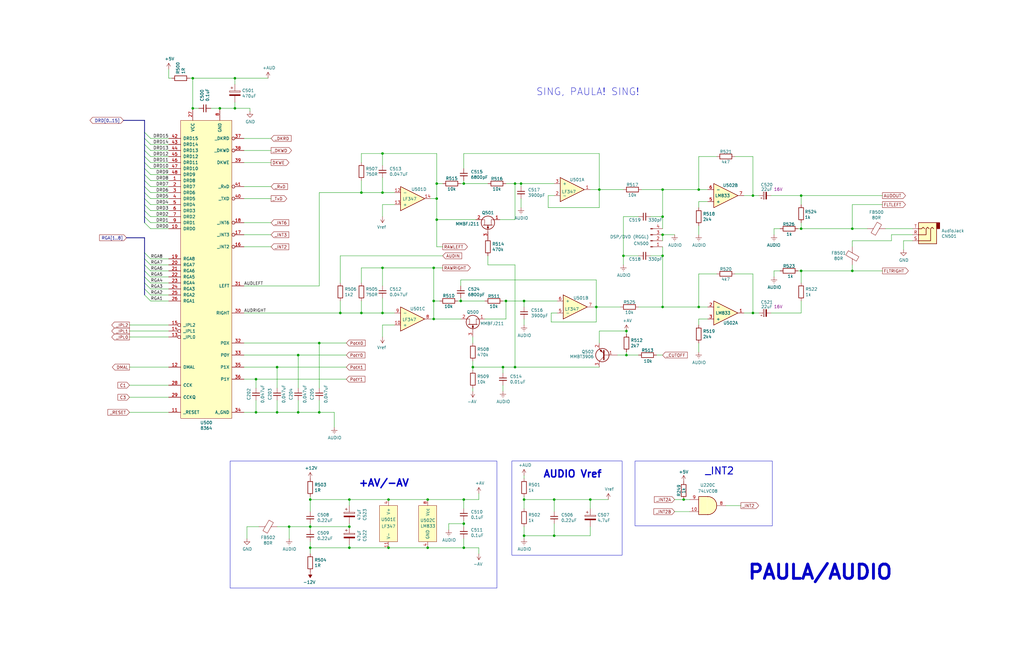
<source format=kicad_sch>
(kicad_sch (version 20231120) (generator "eeschema") (generator_version "8.0")
  (paper "B")
  (title_block (title "AMIGA PCI") (date "2024-06-29") (rev "4.0"))
  (junction (at 217.17 77.47))
  (junction (at 219.71 77.47))
  (junction (at 184.15 77.47))
  (junction (at 116.84 154.94))
  (junction (at 130.81 210.82))
  (junction (at 337.82 82.55))
  (junction (at 213.36 127))
  (junction (at 107.95 173.99))
  (junction (at 147.32 210.82))
  (junction (at 279.4 129.54))
  (junction (at 317.5 132.08))
  (junction (at 134.62 173.99))
  (junction (at 121.92 222.25))
  (junction (at 294.64 80.01))
  (junction (at 92.71 45.72))
  (junction (at 161.29 81.28))
  (junction (at 130.81 231.14))
  (junction (at 262.89 107.95))
  (junction (at 220.98 127))
  (junction (at 81.28 33.02))
  (junction (at 233.68 226.06))
  (junction (at 248.92 210.82))
  (junction (at 163.83 210.82))
  (junction (at 212.09 154.94))
  (junction (at 161.29 132.08))
  (junction (at 220.98 210.82))
  (junction (at 217.17 154.94))
  (junction (at 317.5 82.55))
  (junction (at 195.58 231.14))
  (junction (at 130.81 222.25))
  (junction (at 99.06 45.72))
  (junction (at 81.28 45.72))
  (junction (at 194.31 127))
  (junction (at 337.82 96.52))
  (junction (at 182.88 127))
  (junction (at 147.32 222.25))
  (junction (at 99.06 33.02))
  (junction (at 279.4 80.01))
  (junction (at 220.98 226.06))
  (junction (at 195.58 77.47))
  (junction (at 182.88 134.62))
  (junction (at 163.83 231.14))
  (junction (at 264.16 139.7))
  (junction (at 125.73 149.86))
  (junction (at 195.58 220.98))
  (junction (at 182.88 113.03))
  (junction (at 134.62 144.78))
  (junction (at 107.95 160.02))
  (junction (at 359.41 114.3))
  (junction (at 152.4 81.28))
  (junction (at 279.4 91.44))
  (junction (at 288.29 210.82))
  (junction (at 184.15 92.71))
  (junction (at 359.41 96.52))
  (junction (at 337.82 114.3))
  (junction (at 180.34 231.14))
  (junction (at 152.4 132.08))
  (junction (at 125.73 173.99))
  (junction (at 279.4 107.95))
  (junction (at 264.16 149.86))
  (junction (at 279.4 99.06))
  (junction (at 161.29 113.03))
  (junction (at 233.68 210.82))
  (junction (at 116.84 173.99))
  (junction (at 252.73 80.01))
  (junction (at 147.32 231.14))
  (junction (at 251.46 129.54))
  (junction (at 161.29 64.77))
  (junction (at 180.34 210.82))
  (junction (at 184.15 83.82))
  (junction (at 199.39 154.94))
  (junction (at 294.64 129.54))
  (junction (at 195.58 210.82))
  (junction (at 143.51 132.08))
  (bus_entry (at 63.5 66.04) (size -2.54 -2.54))
  (bus_entry (at 63.5 88.9) (size -2.54 -2.54))
  (bus_entry (at 63.5 60.96) (size -2.54 -2.54))
  (bus_entry (at 63.5 114.3) (size -2.54 -2.54))
  (bus_entry (at 63.5 119.38) (size -2.54 -2.54))
  (bus_entry (at 63.5 83.82) (size -2.54 -2.54))
  (bus_entry (at 63.5 76.2) (size -2.54 -2.54))
  (bus_entry (at 63.5 91.44) (size -2.54 -2.54))
  (bus_entry (at 63.5 81.28) (size -2.54 -2.54))
  (bus_entry (at 63.5 63.5) (size -2.54 -2.54))
  (bus_entry (at 63.5 111.76) (size -2.54 -2.54))
  (bus_entry (at 63.5 73.66) (size -2.54 -2.54))
  (bus_entry (at 63.5 58.42) (size -2.54 -2.54))
  (bus_entry (at 63.5 68.58) (size -2.54 -2.54))
  (bus_entry (at 63.5 124.46) (size -2.54 -2.54))
  (bus_entry (at 63.5 86.36) (size -2.54 -2.54))
  (bus_entry (at 63.5 121.92) (size -2.54 -2.54))
  (bus_entry (at 63.5 96.52) (size -2.54 -2.54))
  (bus_entry (at 63.5 78.74) (size -2.54 -2.54))
  (bus_entry (at 63.5 109.22) (size -2.54 -2.54))
  (bus_entry (at 63.5 127) (size -2.54 -2.54))
  (bus_entry (at 63.5 116.84) (size -2.54 -2.54))
  (bus_entry (at 63.5 93.98) (size -2.54 -2.54))
  (bus_entry (at 63.5 71.12) (size -2.54 -2.54))
  (wire (pts (xy 54.61 142.24) (xy 71.12 142.24)))
  (wire (pts (xy 99.06 45.72) (xy 99.06 43.18)))
  (wire (pts (xy 130.81 210.82) (xy 147.32 210.82)))
  (wire (pts (xy 147.32 220.98) (xy 147.32 222.25)))
  (wire (pts (xy 337.82 96.52) (xy 359.41 96.52)))
  (wire (pts (xy 317.5 82.55) (xy 317.5 66.04)))
  (wire (pts (xy 107.95 160.02) (xy 107.95 163.83)))
  (wire (pts (xy 233.68 220.98) (xy 233.68 226.06)))
  (wire (pts (xy 71.12 124.46) (xy 63.5 124.46)))
  (wire (pts (xy 210.82 92.71) (xy 217.17 92.71)))
  (bus (pts (xy 60.96 63.5) (xy 60.96 66.04)))
  (wire (pts (xy 182.88 113.03) (xy 161.29 113.03)))
  (wire (pts (xy 104.14 222.25) (xy 109.22 222.25)))
  (bus (pts (xy 60.96 81.28) (xy 60.96 83.82)))
  (wire (pts (xy 217.17 154.94) (xy 252.73 154.94)))
  (bus (pts (xy 60.96 88.9) (xy 60.96 91.44)))
  (bus (pts (xy 60.96 106.68) (xy 60.96 109.22)))
  (wire (pts (xy 182.88 134.62) (xy 182.88 127)))
  (wire (pts (xy 212.09 162.56) (xy 212.09 165.1)))
  (wire (pts (xy 102.87 173.99) (xy 107.95 173.99)))
  (wire (pts (xy 381 101.6) (xy 381 105.41)))
  (wire (pts (xy 264.16 148.59) (xy 264.16 149.86)))
  (wire (pts (xy 205.74 111.76) (xy 217.17 111.76)))
  (wire (pts (xy 71.12 66.04) (xy 63.5 66.04)))
  (wire (pts (xy 161.29 81.28) (xy 166.37 81.28)))
  (wire (pts (xy 71.12 63.5) (xy 63.5 63.5)))
  (bus (pts (xy 60.96 50.8) (xy 60.96 55.88)))
  (wire (pts (xy 184.15 92.71) (xy 184.15 104.14)))
  (wire (pts (xy 294.64 66.04) (xy 294.64 80.01)))
  (wire (pts (xy 336.55 114.3) (xy 337.82 114.3)))
  (wire (pts (xy 184.15 83.82) (xy 184.15 92.71)))
  (wire (pts (xy 217.17 77.47) (xy 219.71 77.47)))
  (wire (pts (xy 161.29 74.93) (xy 161.29 81.28)))
  (wire (pts (xy 359.41 101.6) (xy 375.92 101.6)))
  (wire (pts (xy 54.61 173.99) (xy 71.12 173.99)))
  (wire (pts (xy 71.12 93.98) (xy 63.5 93.98)))
  (wire (pts (xy 284.48 215.9) (xy 290.83 215.9)))
  (wire (pts (xy 262.89 107.95) (xy 269.24 107.95)))
  (wire (pts (xy 182.88 127) (xy 185.42 127)))
  (wire (pts (xy 220.98 210.82) (xy 220.98 214.63)))
  (wire (pts (xy 102.87 154.94) (xy 116.84 154.94)))
  (wire (pts (xy 302.26 66.04) (xy 294.64 66.04)))
  (wire (pts (xy 262.89 111.76) (xy 262.89 107.95)))
  (wire (pts (xy 359.41 114.3) (xy 359.41 111.76)))
  (wire (pts (xy 234.95 132.08) (xy 232.41 132.08)))
  (wire (pts (xy 212.09 154.94) (xy 212.09 157.48)))
  (wire (pts (xy 152.4 64.77) (xy 161.29 64.77)))
  (wire (pts (xy 195.58 210.82) (xy 201.93 210.82)))
  (wire (pts (xy 279.4 107.95) (xy 279.4 129.54)))
  (wire (pts (xy 302.26 115.57) (xy 294.64 115.57)))
  (wire (pts (xy 294.64 134.62) (xy 294.64 137.16)))
  (wire (pts (xy 130.81 222.25) (xy 147.32 222.25)))
  (wire (pts (xy 313.69 82.55) (xy 317.5 82.55)))
  (wire (pts (xy 231.14 82.55) (xy 233.68 82.55)))
  (wire (pts (xy 152.4 68.58) (xy 152.4 64.77)))
  (wire (pts (xy 134.62 173.99) (xy 140.97 173.99)))
  (wire (pts (xy 71.12 33.02) (xy 72.39 33.02)))
  (wire (pts (xy 204.47 134.62) (xy 213.36 134.62)))
  (wire (pts (xy 199.39 142.24) (xy 199.39 144.78)))
  (wire (pts (xy 375.92 99.06) (xy 384.81 99.06)))
  (wire (pts (xy 233.68 226.06) (xy 248.92 226.06)))
  (wire (pts (xy 294.64 80.01) (xy 298.45 80.01)))
  (wire (pts (xy 152.4 132.08) (xy 161.29 132.08)))
  (wire (pts (xy 269.24 91.44) (xy 262.89 91.44)))
  (wire (pts (xy 71.12 86.36) (xy 63.5 86.36)))
  (wire (pts (xy 130.81 210.82) (xy 130.81 215.9)))
  (wire (pts (xy 182.88 113.03) (xy 182.88 127)))
  (wire (pts (xy 269.24 129.54) (xy 279.4 129.54)))
  (wire (pts (xy 121.92 222.25) (xy 116.84 222.25)))
  (wire (pts (xy 147.32 231.14) (xy 163.83 231.14)))
  (wire (pts (xy 130.81 209.55) (xy 130.81 210.82)))
  (wire (pts (xy 274.32 107.95) (xy 279.4 107.95)))
  (bus (pts (xy 60.96 73.66) (xy 60.96 76.2)))
  (wire (pts (xy 195.58 77.47) (xy 205.74 77.47)))
  (wire (pts (xy 181.61 83.82) (xy 184.15 83.82)))
  (wire (pts (xy 195.58 64.77) (xy 252.73 64.77)))
  (wire (pts (xy 220.98 209.55) (xy 220.98 210.82)))
  (wire (pts (xy 147.32 231.14) (xy 130.81 231.14)))
  (wire (pts (xy 373.38 96.52) (xy 384.81 96.52)))
  (wire (pts (xy 116.84 154.94) (xy 146.05 154.94)))
  (wire (pts (xy 152.4 81.28) (xy 161.29 81.28)))
  (wire (pts (xy 161.29 86.36) (xy 161.29 91.44)))
  (wire (pts (xy 182.88 134.62) (xy 194.31 134.62)))
  (wire (pts (xy 184.15 83.82) (xy 184.15 77.47)))
  (wire (pts (xy 184.15 77.47) (xy 184.15 64.77)))
  (wire (pts (xy 359.41 96.52) (xy 359.41 86.36)))
  (wire (pts (xy 252.73 80.01) (xy 252.73 64.77)))
  (wire (pts (xy 143.51 132.08) (xy 152.4 132.08)))
  (wire (pts (xy 317.5 115.57) (xy 309.88 115.57)))
  (wire (pts (xy 248.92 210.82) (xy 256.54 210.82)))
  (wire (pts (xy 152.4 76.2) (xy 152.4 81.28)))
  (wire (pts (xy 233.68 215.9) (xy 233.68 210.82)))
  (wire (pts (xy 252.73 139.7) (xy 264.16 139.7)))
  (wire (pts (xy 107.95 160.02) (xy 146.05 160.02)))
  (wire (pts (xy 71.12 83.82) (xy 63.5 83.82)))
  (wire (pts (xy 231.14 82.55) (xy 231.14 87.63)))
  (wire (pts (xy 220.98 227.33) (xy 220.98 226.06)))
  (wire (pts (xy 114.3 99.06) (xy 102.87 99.06)))
  (wire (pts (xy 326.39 96.52) (xy 326.39 99.06)))
  (wire (pts (xy 71.12 76.2) (xy 63.5 76.2)))
  (wire (pts (xy 81.28 33.02) (xy 99.06 33.02)))
  (wire (pts (xy 152.4 127) (xy 152.4 132.08)))
  (wire (pts (xy 102.87 144.78) (xy 134.62 144.78)))
  (wire (pts (xy 217.17 111.76) (xy 217.17 154.94)))
  (wire (pts (xy 184.15 77.47) (xy 186.69 77.47)))
  (wire (pts (xy 279.4 80.01) (xy 294.64 80.01)))
  (wire (pts (xy 279.4 91.44) (xy 279.4 80.01)))
  (wire (pts (xy 248.92 80.01) (xy 252.73 80.01)))
  (wire (pts (xy 294.64 85.09) (xy 294.64 87.63)))
  (wire (pts (xy 116.84 154.94) (xy 116.84 163.83)))
  (wire (pts (xy 220.98 134.62) (xy 220.98 137.16)))
  (wire (pts (xy 195.58 227.33) (xy 195.58 231.14)))
  (wire (pts (xy 184.15 104.14) (xy 186.69 104.14)))
  (bus (pts (xy 60.96 66.04) (xy 60.96 68.58)))
  (wire (pts (xy 219.71 83.82) (xy 219.71 87.63)))
  (wire (pts (xy 186.69 107.95) (xy 143.51 107.95)))
  (wire (pts (xy 194.31 127) (xy 204.47 127)))
  (wire (pts (xy 317.5 66.04) (xy 309.88 66.04)))
  (wire (pts (xy 359.41 86.36) (xy 372.11 86.36)))
  (bus (pts (xy 60.96 50.8) (xy 52.07 50.8)))
  (wire (pts (xy 71.12 127) (xy 63.5 127)))
  (bus (pts (xy 60.96 71.12) (xy 60.96 73.66)))
  (wire (pts (xy 264.16 149.86) (xy 269.24 149.86)))
  (wire (pts (xy 288.29 210.82) (xy 290.83 210.82)))
  (wire (pts (xy 232.41 135.89) (xy 251.46 135.89)))
  (wire (pts (xy 359.41 114.3) (xy 372.11 114.3)))
  (wire (pts (xy 248.92 214.63) (xy 248.92 210.82)))
  (wire (pts (xy 130.81 222.25) (xy 130.81 223.52)))
  (wire (pts (xy 54.61 139.7) (xy 71.12 139.7)))
  (wire (pts (xy 104.14 222.25) (xy 104.14 227.33)))
  (wire (pts (xy 194.31 125.73) (xy 194.31 127)))
  (wire (pts (xy 130.81 233.68) (xy 130.81 231.14)))
  (wire (pts (xy 80.01 33.02) (xy 81.28 33.02)))
  (wire (pts (xy 71.12 88.9) (xy 63.5 88.9)))
  (wire (pts (xy 143.51 127) (xy 143.51 132.08)))
  (wire (pts (xy 71.12 73.66) (xy 63.5 73.66)))
  (wire (pts (xy 134.62 144.78) (xy 134.62 163.83)))
  (wire (pts (xy 195.58 231.14) (xy 201.93 231.14)))
  (wire (pts (xy 326.39 114.3) (xy 326.39 116.84)))
  (wire (pts (xy 252.73 80.01) (xy 262.89 80.01)))
  (wire (pts (xy 121.92 222.25) (xy 121.92 227.33)))
  (wire (pts (xy 233.68 210.82) (xy 248.92 210.82)))
  (wire (pts (xy 337.82 114.3) (xy 359.41 114.3)))
  (wire (pts (xy 114.3 63.5) (xy 102.87 63.5)))
  (wire (pts (xy 161.29 125.73) (xy 161.29 132.08)))
  (wire (pts (xy 220.98 226.06) (xy 233.68 226.06)))
  (wire (pts (xy 220.98 127) (xy 234.95 127)))
  (bus (pts (xy 60.96 91.44) (xy 60.96 93.98)))
  (wire (pts (xy 270.51 80.01) (xy 279.4 80.01)))
  (wire (pts (xy 99.06 35.56) (xy 99.06 33.02)))
  (wire (pts (xy 147.32 210.82) (xy 163.83 210.82)))
  (wire (pts (xy 71.12 109.22) (xy 63.5 109.22)))
  (wire (pts (xy 359.41 96.52) (xy 365.76 96.52)))
  (wire (pts (xy 279.4 91.44) (xy 279.4 96.52)))
  (wire (pts (xy 114.3 83.82) (xy 102.87 83.82)))
  (wire (pts (xy 147.32 210.82) (xy 147.32 213.36)))
  (wire (pts (xy 163.83 231.14) (xy 180.34 231.14)))
  (wire (pts (xy 161.29 132.08) (xy 166.37 132.08)))
  (wire (pts (xy 199.39 154.94) (xy 212.09 154.94)))
  (wire (pts (xy 201.93 231.14) (xy 201.93 233.68)))
  (wire (pts (xy 279.4 99.06) (xy 284.48 99.06)))
  (wire (pts (xy 328.93 96.52) (xy 326.39 96.52)))
  (wire (pts (xy 114.3 68.58) (xy 102.87 68.58)))
  (wire (pts (xy 107.95 173.99) (xy 116.84 173.99)))
  (wire (pts (xy 161.29 113.03) (xy 152.4 113.03)))
  (bus (pts (xy 60.96 58.42) (xy 60.96 60.96)))
  (wire (pts (xy 54.61 154.94) (xy 71.12 154.94)))
  (wire (pts (xy 262.89 91.44) (xy 262.89 107.95)))
  (wire (pts (xy 71.12 60.96) (xy 63.5 60.96)))
  (wire (pts (xy 359.41 104.14) (xy 359.41 101.6)))
  (wire (pts (xy 130.81 231.14) (xy 130.81 228.6)))
  (bus (pts (xy 60.96 60.96) (xy 60.96 63.5)))
  (wire (pts (xy 166.37 86.36) (xy 161.29 86.36)))
  (wire (pts (xy 298.45 85.09) (xy 294.64 85.09)))
  (wire (pts (xy 125.73 168.91) (xy 125.73 173.99)))
  (wire (pts (xy 114.3 78.74) (xy 102.87 78.74)))
  (wire (pts (xy 231.14 87.63) (xy 252.73 87.63)))
  (bus (pts (xy 60.96 100.33) (xy 53.34 100.33)))
  (wire (pts (xy 298.45 134.62) (xy 294.64 134.62)))
  (wire (pts (xy 102.87 160.02) (xy 107.95 160.02)))
  (wire (pts (xy 125.73 173.99) (xy 134.62 173.99)))
  (wire (pts (xy 375.92 101.6) (xy 375.92 99.06)))
  (wire (pts (xy 71.12 119.38) (xy 63.5 119.38)))
  (wire (pts (xy 337.82 86.36) (xy 337.82 82.55)))
  (wire (pts (xy 219.71 78.74) (xy 219.71 77.47)))
  (wire (pts (xy 163.83 210.82) (xy 180.34 210.82)))
  (wire (pts (xy 125.73 149.86) (xy 146.05 149.86)))
  (wire (pts (xy 337.82 127) (xy 337.82 132.08)))
  (wire (pts (xy 134.62 81.28) (xy 152.4 81.28)))
  (wire (pts (xy 180.34 210.82) (xy 195.58 210.82)))
  (wire (pts (xy 71.12 71.12) (xy 63.5 71.12)))
  (wire (pts (xy 189.23 220.98) (xy 189.23 223.52)))
  (wire (pts (xy 279.4 91.44) (xy 274.32 91.44)))
  (wire (pts (xy 317.5 132.08) (xy 317.5 115.57)))
  (wire (pts (xy 279.4 99.06) (xy 279.4 101.6)))
  (wire (pts (xy 195.58 219.71) (xy 195.58 220.98)))
  (wire (pts (xy 184.15 92.71) (xy 200.66 92.71)))
  (wire (pts (xy 116.84 173.99) (xy 125.73 173.99)))
  (wire (pts (xy 189.23 220.98) (xy 195.58 220.98)))
  (wire (pts (xy 140.97 180.34) (xy 140.97 173.99)))
  (wire (pts (xy 199.39 152.4) (xy 199.39 154.94)))
  (wire (pts (xy 294.64 115.57) (xy 294.64 129.54)))
  (wire (pts (xy 71.12 78.74) (xy 63.5 78.74)))
  (bus (pts (xy 60.96 121.92) (xy 60.96 124.46)))
  (wire (pts (xy 107.95 168.91) (xy 107.95 173.99)))
  (wire (pts (xy 325.12 132.08) (xy 337.82 132.08)))
  (wire (pts (xy 325.12 82.55) (xy 337.82 82.55)))
  (wire (pts (xy 220.98 200.66) (xy 220.98 201.93)))
  (wire (pts (xy 180.34 231.14) (xy 195.58 231.14)))
  (wire (pts (xy 217.17 77.47) (xy 213.36 77.47)))
  (wire (pts (xy 220.98 129.54) (xy 220.98 127)))
  (wire (pts (xy 102.87 132.08) (xy 143.51 132.08)))
  (wire (pts (xy 336.55 96.52) (xy 337.82 96.52)))
  (wire (pts (xy 284.48 210.82) (xy 288.29 210.82)))
  (wire (pts (xy 195.58 71.12) (xy 195.58 64.77)))
  (wire (pts (xy 337.82 114.3) (xy 337.82 119.38)))
  (wire (pts (xy 181.61 134.62) (xy 182.88 134.62)))
  (wire (pts (xy 161.29 64.77) (xy 161.29 69.85)))
  (wire (pts (xy 71.12 68.58) (xy 63.5 68.58)))
  (bus (pts (xy 60.96 86.36) (xy 60.96 88.9)))
  (wire (pts (xy 182.88 113.03) (xy 186.69 113.03)))
  (wire (pts (xy 220.98 222.25) (xy 220.98 226.06)))
  (wire (pts (xy 294.64 95.25) (xy 294.64 99.06)))
  (wire (pts (xy 147.32 231.14) (xy 147.32 229.87)))
  (wire (pts (xy 114.3 104.14) (xy 102.87 104.14)))
  (wire (pts (xy 71.12 121.92) (xy 63.5 121.92)))
  (wire (pts (xy 217.17 92.71) (xy 217.17 77.47)))
  (wire (pts (xy 337.82 96.52) (xy 337.82 93.98)))
  (wire (pts (xy 219.71 77.47) (xy 233.68 77.47)))
  (wire (pts (xy 134.62 144.78) (xy 146.05 144.78)))
  (wire (pts (xy 54.61 137.16) (xy 71.12 137.16)))
  (wire (pts (xy 276.86 149.86) (xy 279.4 149.86)))
  (wire (pts (xy 116.84 168.91) (xy 116.84 173.99)))
  (wire (pts (xy 199.39 154.94) (xy 199.39 156.21)))
  (wire (pts (xy 195.58 220.98) (xy 195.58 222.25)))
  (wire (pts (xy 279.4 104.14) (xy 279.4 107.95)))
  (wire (pts (xy 212.09 154.94) (xy 217.17 154.94)))
  (bus (pts (xy 60.96 100.33) (xy 60.96 106.68)))
  (wire (pts (xy 114.3 93.98) (xy 102.87 93.98)))
  (wire (pts (xy 71.12 91.44) (xy 63.5 91.44)))
  (wire (pts (xy 248.92 226.06) (xy 248.92 222.25)))
  (wire (pts (xy 71.12 81.28) (xy 63.5 81.28)))
  (wire (pts (xy 328.93 114.3) (xy 326.39 114.3)))
  (wire (pts (xy 161.29 64.77) (xy 184.15 64.77)))
  (wire (pts (xy 306.07 213.36) (xy 312.42 213.36)))
  (wire (pts (xy 260.35 149.86) (xy 264.16 149.86)))
  (wire (pts (xy 205.74 107.95) (xy 205.74 111.76)))
  (wire (pts (xy 213.36 127) (xy 220.98 127)))
  (wire (pts (xy 320.04 132.08) (xy 317.5 132.08)))
  (bus (pts (xy 60.96 111.76) (xy 60.96 114.3)))
  (wire (pts (xy 384.81 101.6) (xy 381 101.6)))
  (wire (pts (xy 99.06 33.02) (xy 113.03 33.02)))
  (bus (pts (xy 60.96 78.74) (xy 60.96 81.28)))
  (wire (pts (xy 143.51 107.95) (xy 143.51 119.38)))
  (bus (pts (xy 60.96 114.3) (xy 60.96 116.84)))
  (wire (pts (xy 71.12 116.84) (xy 63.5 116.84)))
  (wire (pts (xy 102.87 149.86) (xy 125.73 149.86)))
  (wire (pts (xy 279.4 129.54) (xy 294.64 129.54)))
  (wire (pts (xy 294.64 129.54) (xy 298.45 129.54)))
  (wire (pts (xy 193.04 127) (xy 194.31 127)))
  (wire (pts (xy 102.87 120.65) (xy 134.62 120.65)))
  (wire (pts (xy 194.31 118.11) (xy 251.46 118.11)))
  (wire (pts (xy 71.12 29.21) (xy 71.12 33.02)))
  (wire (pts (xy 81.28 45.72) (xy 81.28 33.02)))
  (wire (pts (xy 294.64 144.78) (xy 294.64 148.59)))
  (wire (pts (xy 251.46 129.54) (xy 261.62 129.54)))
  (wire (pts (xy 195.58 76.2) (xy 195.58 77.47)))
  (wire (pts (xy 71.12 96.52) (xy 63.5 96.52)))
  (wire (pts (xy 92.71 45.72) (xy 99.06 45.72)))
  (bus (pts (xy 60.96 116.84) (xy 60.96 119.38)))
  (bus (pts (xy 60.96 76.2) (xy 60.96 78.74)))
  (wire (pts (xy 88.9 45.72) (xy 92.71 45.72)))
  (wire (pts (xy 213.36 127) (xy 212.09 127)))
  (wire (pts (xy 251.46 135.89) (xy 251.46 129.54)))
  (wire (pts (xy 99.06 45.72) (xy 105.41 45.72)))
  (wire (pts (xy 213.36 134.62) (xy 213.36 127)))
  (wire (pts (xy 83.82 45.72) (xy 81.28 45.72)))
  (bus (pts (xy 60.96 68.58) (xy 60.96 71.12)))
  (wire (pts (xy 252.73 87.63) (xy 252.73 80.01)))
  (wire (pts (xy 152.4 113.03) (xy 152.4 119.38)))
  (bus (pts (xy 60.96 55.88) (xy 60.96 58.42)))
  (wire (pts (xy 134.62 168.91) (xy 134.62 173.99)))
  (wire (pts (xy 114.3 58.42) (xy 102.87 58.42)))
  (wire (pts (xy 201.93 210.82) (xy 201.93 208.28)))
  (wire (pts (xy 130.81 220.98) (xy 130.81 222.25)))
  (wire (pts (xy 134.62 120.65) (xy 134.62 81.28)))
  (wire (pts (xy 220.98 210.82) (xy 233.68 210.82)))
  (wire (pts (xy 54.61 167.64) (xy 71.12 167.64)))
  (bus (pts (xy 60.96 83.82) (xy 60.96 86.36)))
  (wire (pts (xy 313.69 132.08) (xy 317.5 132.08)))
  (wire (pts (xy 199.39 163.83) (xy 199.39 165.1)))
  (wire (pts (xy 194.31 77.47) (xy 195.58 77.47)))
  (wire (pts (xy 125.73 149.86) (xy 125.73 163.83)))
  (wire (pts (xy 264.16 139.7) (xy 264.16 140.97)))
  (wire (pts (xy 232.41 132.08) (xy 232.41 135.89)))
  (bus (pts (xy 60.96 109.22) (xy 60.96 111.76)))
  (wire (pts (xy 105.41 45.72) (xy 105.41 46.99)))
  (wire (pts (xy 166.37 137.16) (xy 161.29 137.16)))
  (wire (pts (xy 54.61 162.56) (xy 71.12 162.56)))
  (wire (pts (xy 194.31 120.65) (xy 194.31 118.11)))
  (wire (pts (xy 71.12 114.3) (xy 63.5 114.3)))
  (wire (pts (xy 251.46 129.54) (xy 251.46 118.11)))
  (wire (pts (xy 161.29 113.03) (xy 161.29 120.65)))
  (wire (pts (xy 337.82 82.55) (xy 372.11 82.55)))
  (wire (pts (xy 71.12 58.42) (xy 63.5 58.42)))
  (wire (pts (xy 195.58 210.82) (xy 195.58 214.63)))
  (wire (pts (xy 161.29 137.16) (xy 161.29 142.24)))
  (wire (pts (xy 121.92 222.25) (xy 130.81 222.25)))
  (wire (pts (xy 252.73 144.78) (xy 252.73 139.7)))
  (bus (pts (xy 60.96 119.38) (xy 60.96 121.92)))
  (wire (pts (xy 71.12 111.76) (xy 63.5 111.76)))
  (wire (pts (xy 320.04 82.55) (xy 317.5 82.55)))
  (wire (pts (xy 250.19 129.54) (xy 251.46 129.54)))
  (rectangle (start 215.8492 194.5386) (end 262.3312 234.2896))
  (rectangle (start 97.028 194.564) (end 209.55 248.158))
  (rectangle (start 267.7668 194.564) (end 325.7 221.8944))
  (text "AUDIO Vref" (at 254 201.93 0) (effects (font (size 3 3) (thickness 0.6) (bold yes)) (justify right bottom)))
  (text "SING, PAULA! SING!" (at 226.06 40.64 0) (effects (font (size 3 3)) (justify left bottom)))
  (text "+AV/-AV" (at 172.72 205.74 0) (effects (font (size 3 3) (thickness 0.6) (bold yes)) (justify right bottom)))
  (text "_INT2" (at 297.18 200.66 0) (effects (font (size 3 3) (thickness 0.4) (bold yes)) (justify left bottom)))
  (text "PAULA/AUDIO" (at 314.96 245.11 0) (effects (font (size 6 6) (thickness 1.2) (bold yes)) (justify left bottom)))
  (label "DRD2" (at 71.12 91.44 180) (effects (font (size 1.2954 1.2954))))
  (label "DRD3" (at 71.12 88.9 180) (effects (font (size 1.2954 1.2954))))
  (label "DRD6" (at 71.12 81.28 180) (effects (font (size 1.2954 1.2954))))
  (label "DRD14" (at 71.12 60.96 180) (effects (font (size 1.2954 1.2954))))
  (label "DRD7" (at 71.12 78.74 180) (effects (font (size 1.2954 1.2954))))
  (label "DRD0" (at 71.12 96.52 180) (effects (font (size 1.2954 1.2954))))
  (label "RGA7" (at 63.5 111.76 0) (effects (font (size 1.2954 1.2954))))
  (label "RGA4" (at 63.5 119.38 0) (effects (font (size 1.2954 1.2954))))
  (label "DRD4" (at 71.12 86.36 180) (effects (font (size 1.2954 1.2954))))
  (label "RGA6" (at 63.5 114.3 0) (effects (font (size 1.2954 1.2954))))
  (label "DRD5" (at 71.12 83.82 180) (effects (font (size 1.2954 1.2954))))
  (label "RGA3" (at 63.5 121.92 0) (effects (font (size 1.2954 1.2954))))
  (label "AUDRIGHT" (at 102.87 132.08 0))
  (label "DRD11" (at 71.12 68.58 180) (effects (font (size 1.2954 1.2954))))
  (label "RGA2" (at 63.5 124.46 0) (effects (font (size 1.2954 1.2954))))
  (label "DRD8" (at 71.12 76.2 180) (effects (font (size 1.2954 1.2954))))
  (label "DRD1" (at 71.12 93.98 180) (effects (font (size 1.2954 1.2954))))
  (label "DRD9" (at 71.12 73.66 180) (effects (font (size 1.2954 1.2954))))
  (label "DRD13" (at 71.12 63.5 180) (effects (font (size 1.2954 1.2954))))
  (label "DRD15" (at 71.12 58.42 180) (effects (font (size 1.2954 1.2954))))
  (label "RGA8" (at 63.5 109.22 0) (effects (font (size 1.2954 1.2954))))
  (label "AUDLEFT" (at 102.87 120.65 0))
  (label "RGA5" (at 63.5 116.84 0) (effects (font (size 1.2954 1.2954))))
  (label "DRD10" (at 71.12 71.12 180) (effects (font (size 1.2954 1.2954))))
  (label "RGA1" (at 63.5 127 0) (effects (font (size 1.2954 1.2954))))
  (label "DRD12" (at 71.12 66.04 180) (effects (font (size 1.2954 1.2954))))
  (global_label "_INT2" (shape input) (at 114.3 104.14 0) (property "Intersheetrefs" "${INTERSHEET_REFS}" (at 122.2858 104.14 0) (effects (justify left))))
  (global_label "FLTRIGHT" (shape output) (at 372.11 114.3 0) (property "Intersheetrefs" "${INTERSHEET_REFS}" (at 383.543 114.3 0) (effects (justify left))))
  (global_label "PotX1" (shape input) (at 146.05 154.94 0) (property "Intersheetrefs" "${INTERSHEET_REFS}" (at 154.5195 154.94 0) (effects (justify left))))
  (global_label "DMAL" (shape output) (at 54.61 154.94 180) (property "Intersheetrefs" "${INTERSHEET_REFS}" (at 46.8661 154.94 0) (effects (justify right))))
  (global_label "_INT2A" (shape input) (at 284.48 210.82 180) (property "Intersheetrefs" "${INTERSHEET_REFS}" (at 275.3262 210.82 0) (effects (justify right))))
  (global_label "_INT6" (shape input) (at 114.3 93.98 0) (property "Intersheetrefs" "${INTERSHEET_REFS}" (at 122.2858 93.98 0) (effects (justify left))))
  (global_label "DRD[0..15]" (shape bidirectional) (at 52.07 50.8 180) (effects (font (size 1.2954 1.2954))) (property "Intersheetrefs" "${INTERSHEET_REFS}" (at 37.4248 50.8 0) (effects (justify right))))
  (global_label "AUDIN" (shape input) (at 186.69 107.95 0) (property "Intersheetrefs" "${INTERSHEET_REFS}" (at 195.2202 107.95 0) (effects (justify left))))
  (global_label "C1" (shape input) (at 54.61 162.56 180) (property "Intersheetrefs" "${INTERSHEET_REFS}" (at 49.2247 162.56 0) (effects (justify right))))
  (global_label "_INT2" (shape output) (at 312.42 213.36 0) (property "Intersheetrefs" "${INTERSHEET_REFS}" (at 320.4852 213.36 0) (effects (justify left))))
  (global_label "PotY0" (shape input) (at 146.05 149.86 0) (property "Intersheetrefs" "${INTERSHEET_REFS}" (at 154.3986 149.86 0) (effects (justify left))))
  (global_label "_IPL0" (shape output) (at 54.61 142.24 180) (property "Intersheetrefs" "${INTERSHEET_REFS}" (at 46.6242 142.24 0) (effects (justify right))))
  (global_label "C3" (shape input) (at 54.61 167.64 180) (property "Intersheetrefs" "${INTERSHEET_REFS}" (at 49.2247 167.64 0) (effects (justify right))))
  (global_label "_RxD" (shape input) (at 114.3 78.74 0) (property "Intersheetrefs" "${INTERSHEET_REFS}" (at 121.7415 78.74 0) (effects (justify left))))
  (global_label "PotY1" (shape input) (at 146.05 160.02 0) (property "Intersheetrefs" "${INTERSHEET_REFS}" (at 154.3986 160.02 0) (effects (justify left))))
  (global_label "PotX0" (shape input) (at 146.05 144.78 0) (property "Intersheetrefs" "${INTERSHEET_REFS}" (at 154.5195 144.78 0) (effects (justify left))))
  (global_label "DKWE" (shape output) (at 114.3 68.58 0) (property "Intersheetrefs" "${INTERSHEET_REFS}" (at 122.3462 68.58 0) (effects (justify left))))
  (global_label "RGA[1..8]" (shape input) (at 53.34 100.33 180) (property "Intersheetrefs" "${INTERSHEET_REFS}" (at 41.4836 100.33 0) (effects (justify right))))
  (global_label "FLTLEFT" (shape output) (at 372.11 86.36 0) (property "Intersheetrefs" "${INTERSHEET_REFS}" (at 382.3334 86.36 0) (effects (justify left))))
  (global_label "_IPL1" (shape output) (at 54.61 139.7 180) (property "Intersheetrefs" "${INTERSHEET_REFS}" (at 46.6242 139.7 0) (effects (justify right))))
  (global_label "_RESET" (shape input) (at 54.61 173.99 180) (property "Intersheetrefs" "${INTERSHEET_REFS}" (at 44.9915 173.99 0) (effects (justify right))))
  (global_label "_DKRD" (shape input) (at 114.3 58.42 0) (property "Intersheetrefs" "${INTERSHEET_REFS}" (at 123.2534 58.42 0) (effects (justify left))))
  (global_label "_DKWD" (shape output) (at 114.3 63.5 0) (property "Intersheetrefs" "${INTERSHEET_REFS}" (at 123.4348 63.5 0) (effects (justify left))))
  (global_label "RAWRIGHT" (shape output) (at 186.69 113.03 0) (property "Intersheetrefs" "${INTERSHEET_REFS}" (at 198.8487 113.03 0) (effects (justify left))))
  (global_label "_TxD" (shape output) (at 114.3 83.82 0) (property "Intersheetrefs" "${INTERSHEET_REFS}" (at 121.4391 83.82 0) (effects (justify left))))
  (global_label "_INT2B" (shape input) (at 284.48 215.9 180) (property "Intersheetrefs" "${INTERSHEET_REFS}" (at 275.1448 215.9 0) (effects (justify right))))
  (global_label "RAWLEFT" (shape output) (at 186.69 104.14 0) (property "Intersheetrefs" "${INTERSHEET_REFS}" (at 197.6391 104.14 0) (effects (justify left))))
  (global_label "_IPL2" (shape output) (at 54.61 137.16 180) (property "Intersheetrefs" "${INTERSHEET_REFS}" (at 46.6242 137.16 0) (effects (justify right))))
  (global_label "_CUTOFF" (shape input) (at 279.4 149.86 0) (property "Intersheetrefs" "${INTERSHEET_REFS}" (at 290.3492 149.86 0) (effects (justify left))))
  (global_label "AUDOUT" (shape output) (at 372.11 82.55 0) (property "Intersheetrefs" "${INTERSHEET_REFS}" (at 382.3335 82.55 0) (effects (justify left))))
  (global_label "_INT3" (shape input) (at 114.3 99.06 0) (property "Intersheetrefs" "${INTERSHEET_REFS}" (at 122.2858 99.06 0) (effects (justify left))))
  (symbol (lib_id "AmigaPCI-Symbols:AUDIO GND") (at 121.92 227.33 0) (unit 1)
    (property "Reference" "#PWR091" (effects (hide yes)))
    (property "Value" "AUDIO" (at 122.047 231.7242 0))
    (instances (project "AmigaPCI Mainboard" (path "" (reference "#PWR091") (unit 1))) (project "2000ATX" (path "" (reference "#PWR0287") (unit 1))))
  )
  (symbol (lib_id "AmigaPCI-Symbols:+AV") (at 201.93 208.28 0) (unit 1)
    (property "Reference" "#+AV02" (effects (hide yes)))
    (property "Value" "+AV" (at 202.311 203.8858 0))
    (instances (project "AmigaPCI Mainboard" (path "" (reference "#+AV02") (unit 1))) (project "2000ATX" (path "" (reference "#+AV0101") (unit 1))))
  )
  (symbol (lib_id "Device:C_Small") (at 130.81 218.44 0) (unit 1)
    (property "Reference" "C508" (at 133.731 217.2716 0) (effects (justify left)))
    (property "Value" "0.22uF" (at 133.731 219.583 0) (effects (justify left)))
    (property "Footprint" "Capacitor_SMD:C_0603_1608Metric" (effects (hide yes)))
    (instances (project "AmigaPCI Mainboard" (path "" (reference "C508") (unit 1))) (project "2000ATX" (path "" (reference "C220") (unit 1))))
  )
  (symbol (lib_id "AmigaPCI-Symbols:Ferrite_Bead") (at 369.57 96.52 90) (unit 1)
    (property "Reference" "FB500" (at 369.57 89.5604 90))
    (property "Value" "80R" (at 369.57 91.8718 90))
    (property "Footprint" "Capacitor_SMD:C_0805_2012Metric" (effects (hide yes)))
    (instances (project "AmigaPCI Mainboard" (path "" (reference "FB500") (unit 1))) (project "2000ATX" (path "" (reference "FB401") (unit 1)) (path "" (reference "FB401") (unit 1))))
  )
  (symbol (lib_id "74xx:74LS08") (at 298.45 213.36 0) (unit 3)
    (property "Reference" "U220" (at 298.4417 204.724 0))
    (property "Value" "74LVC08" (at 298.4417 207.264 0))
    (property "Footprint" "Package_SO:TSSOP-14_4.4x5mm_P0.65mm" (effects (hide yes)))
    (property "Datasheet" "http://www.ti.com/lit/gpn/sn74LS08" (effects (hide yes)))
  )
  (symbol (lib_id "AmigaPCI-Symbols:+AV") (at 264.16 139.7 0) (unit 1)
    (property "Reference" "#+AV03" (effects (hide yes)))
    (property "Value" "+AV" (at 264.541 135.3058 0))
    (instances (project "AmigaPCI Mainboard" (path "" (reference "#+AV03") (unit 1))) (project "2000ATX" (path "" (reference "#+AV0102") (unit 1))))
  )
  (symbol (lib_id "power:+5V") (at 71.12 29.21 0) (unit 1)
    (property "Reference" "#PWR069" (effects (hide yes)))
    (property "Value" "+5V" (at 71.501 24.8158 0))
    (instances (project "AmigaPCI Mainboard" (path "" (reference "#PWR069") (unit 1))) (project "2000ATX" (path "" (reference "#PWR0276") (unit 1))))
  )
  (symbol (lib_id "Device:C_Polarized") (at 147.32 217.17 0) (unit 1)
    (property "Reference" "C523" (at 153.797 217.17 90))
    (property "Value" "47uF" (at 151.4856 217.17 90))
    (property "Footprint" "Capacitor_THT:CP_Radial_D5.0mm_P2.00mm" (effects (hide yes)))
    (instances (project "AmigaPCI Mainboard" (path "" (reference "C523") (unit 1))) (project "2000ATX" (path "" (reference "C222") (unit 1)) (path "" (reference "C222") (unit 1))))
  )
  (symbol (lib_id "Device:R") (at 143.51 123.19 0) (unit 1)
    (property "Reference" "R506" (at 145.288 122.0216 0) (effects (justify left)))
    (property "Value" "1k2" (at 145.288 124.333 0) (effects (justify left)))
    (property "Footprint" "Resistor_SMD:R_0603_1608Metric" (effects (hide yes)))
    (instances (project "AmigaPCI Mainboard" (path "" (reference "R506") (unit 1))) (project "2000ATX" (path "" (reference "R210") (unit 1))))
  )
  (symbol (lib_id "Connector:Conn_01x04_Pin") (at 274.32 101.6 0) (mirror x) (unit 1)
    (property "Reference" "CN500" (at 270.383 102.743 0))
    (property "Value" "DSP/DVD (RGGL)" (at 265.43 99.949 0))
    (property "Footprint" "Connector_PinHeader_2.54mm:PinHeader_1x04_P2.54mm_Vertical" (effects (hide yes)))
    (property "Part Number" "5-103639-3" (effects (hide yes)))
  )
  (symbol (lib_id "power:-12V") (at 130.81 241.3 180) (unit 1)
    (property "Reference" "#PWR093" (effects (hide yes)))
    (property "Value" "-12V" (at 130.429 245.6942 0))
    (instances (project "AmigaPCI Mainboard" (path "" (reference "#PWR093") (unit 1))) (project "2000ATX" (path "" (reference "#PWR0286") (unit 1))))
  )
  (symbol (lib_id "Device:R") (at 337.82 123.19 0) (unit 1)
    (property "Reference" "R522" (at 339.598 122.0216 0) (effects (justify left)))
    (property "Value" "1k" (at 339.598 124.333 0) (effects (justify left)))
    (property "Footprint" "Resistor_SMD:R_0603_1608Metric" (effects (hide yes)))
    (instances (project "AmigaPCI Mainboard" (path "" (reference "R522") (unit 1))) (project "2000ATX" (path "" (reference "R210") (unit 1))))
  )
  (symbol (lib_id "Device:R") (at 294.64 140.97 0) (unit 1)
    (property "Reference" "R519" (at 296.418 139.8016 0) (effects (justify left)))
    (property "Value" "2k4" (at 296.418 142.113 0) (effects (justify left)))
    (property "Footprint" "Resistor_SMD:R_0603_1608Metric" (effects (hide yes)))
    (instances (project "AmigaPCI Mainboard" (path "" (reference "R519") (unit 1))) (project "2000ATX" (path "" (reference "R210") (unit 1))))
  )
  (symbol (lib_id "Transistor_BJT:MMBT3906") (at 255.27 149.86 180) (unit 1)
    (property "Reference" "Q502" (at 250.444 148.463 0) (effects (justify left)))
    (property "Value" "MMBT3906" (at 250.444 150.495 0) (effects (justify left)))
    (property "Footprint" "Package_TO_SOT_SMD:SOT-23" (effects (hide yes)))
    (property "Datasheet" "https://www.onsemi.com/pdf/datasheet/pzt3906-d.pdf" (effects (hide yes)))
    (instances (project "AmigaPCI Mainboard" (path "" (reference "Q502") (unit 1))) (project "2000ATX" (path "" (reference "Q202") (unit 1))))
  )
  (symbol (lib_id "AmigaPCI-Symbols:LF347") (at 172.72 83.82 0) (mirror x) (unit 4)
    (property "Reference" "U501" (at 176.657 79.883 0))
    (property "Value" "LF347" (at 172.72 83.947 0))
    (property "Footprint" "Package_SO:SOIC-14_3.9x8.7mm_P1.27mm" (effects (hide yes)))
    (instances (project "AmigaPCI Mainboard" (path "" (reference "U501") (unit 4))) (project "2000ATX" (path "" (reference "U204") (unit 3))))
  )
  (symbol (lib_name "+5V_1") (lib_id "power:+5V") (at 288.29 203.2 0) (unit 1)
    (property "Reference" "#PWR0136" (effects (hide yes)))
    (property "Value" "+5V" (at 288.29 199.136 0))
    (property "Description" "Power symbol creates a global label with name \"+5V\"" (effects (hide yes)))
  )
  (symbol (lib_id "Device:R") (at 152.4 123.19 0) (unit 1)
    (property "Reference" "R505" (at 154.178 122.0216 0) (effects (justify left)))
    (property "Value" "750R" (at 154.178 124.333 0) (effects (justify left)))
    (property "Footprint" "Resistor_SMD:R_0603_1608Metric" (effects (hide yes)))
    (instances (project "AmigaPCI Mainboard" (path "" (reference "R505") (unit 1))) (project "2000ATX" (path "" (reference "R210") (unit 1))))
  )
  (symbol (lib_id "Device:C_Small") (at 220.98 132.08 0) (unit 1)
    (property "Reference" "C516" (at 223.901 130.9116 0) (effects (justify left)))
    (property "Value" "3900pF" (at 223.901 133.223 0) (effects (justify left)))
    (property "Footprint" "Capacitor_SMD:C_0603_1608Metric" (effects (hide yes)))
    (instances (project "AmigaPCI Mainboard" (path "" (reference "C516") (unit 1))) (project "2000ATX" (path "" (reference "C212") (unit 1))))
  )
  (symbol (lib_id "AmigaPCI-Symbols:AUDIO GND") (at 294.64 148.59 0) (unit 1)
    (property "Reference" "#PWR080" (effects (hide yes)))
    (property "Value" "AUDIO" (at 294.767 152.9842 0))
    (instances (project "AmigaPCI Mainboard" (path "" (reference "#PWR080") (unit 1))) (project "2000ATX" (path "" (reference "#PWR0283") (unit 1))))
  )
  (symbol (lib_id "AmigaPCI-Symbols:-AV") (at 201.93 233.68 180) (unit 1)
    (property "Reference" "#-AV02" (effects (hide yes)))
    (property "Value" "-AV" (at 201.549 238.0742 0))
    (instances (project "AmigaPCI Mainboard" (path "" (reference "#-AV02") (unit 1))) (project "2000ATX" (path "" (reference "#-AV0101") (unit 1))))
  )
  (symbol (lib_id "AmigaPCI-Symbols:VREF") (at 161.29 142.24 180) (unit 1)
    (property "Reference" "#VREF04" (effects (hide yes)))
    (property "Value" "Vref" (at 160.909 146.6342 0))
    (instances (project "AmigaPCI Mainboard" (path "" (reference "#VREF04") (unit 1))) (project "2000ATX" (path "" (reference "#VREF0101") (unit 1))))
  )
  (symbol (lib_id "Device:C_Small") (at 219.71 81.28 0) (unit 1)
    (property "Reference" "C517" (at 222.631 80.1116 0) (effects (justify left)))
    (property "Value" "3900pF" (at 222.631 82.423 0) (effects (justify left)))
    (property "Footprint" "Capacitor_SMD:C_0603_1608Metric" (effects (hide yes)))
    (instances (project "AmigaPCI Mainboard" (path "" (reference "C517") (unit 1))) (project "2000ATX" (path "" (reference "C212") (unit 1))))
  )
  (symbol (lib_id "Device:R") (at 205.74 104.14 0) (unit 1)
    (property "Reference" "R514" (at 207.518 102.9716 0) (effects (justify left)))
    (property "Value" "470k" (at 207.518 105.283 0) (effects (justify left)))
    (property "Footprint" "Resistor_SMD:R_0603_1608Metric" (effects (hide yes)))
    (instances (project "AmigaPCI Mainboard" (path "" (reference "R514") (unit 1))) (project "2000ATX" (path "" (reference "R210") (unit 1))))
  )
  (symbol (lib_id "AmigaPCI-Symbols:AUDIO GND") (at 212.09 165.1 0) (unit 1)
    (property "Reference" "#PWR071" (effects (hide yes)))
    (property "Value" "AUDIO" (at 212.217 169.4942 0))
    (instances (project "AmigaPCI Mainboard" (path "" (reference "#PWR071") (unit 1))) (project "2000ATX" (path "" (reference "#PWR0283") (unit 1))))
  )
  (symbol (lib_id "AmigaPCI-Symbols:AUDIO GND") (at 140.97 180.34 0) (unit 1)
    (property "Reference" "#PWR076" (effects (hide yes)))
    (property "Value" "AUDIO" (at 141.097 184.7342 0))
    (instances (project "AmigaPCI Mainboard" (path "" (reference "#PWR076") (unit 1))) (project "2000ATX" (path "" (reference "#PWR0218") (unit 1))))
  )
  (symbol (lib_id "Device:R") (at 337.82 90.17 0) (mirror x) (unit 1)
    (property "Reference" "R524" (at 339.344 89.3826 0) (effects (justify left)))
    (property "Value" "1k" (at 339.344 91.694 0) (effects (justify left)))
    (property "Footprint" "Resistor_SMD:R_0603_1608Metric" (effects (hide yes)))
    (instances (project "AmigaPCI Mainboard" (path "" (reference "R524") (unit 1))) (project "2000ATX" (path "" (reference "R210") (unit 1))))
  )
  (symbol (lib_id "Device:R") (at 306.07 66.04 90) (unit 1)
    (property "Reference" "R521" (at 308.61 64.008 90) (effects (justify left)))
    (property "Value" "4k7" (at 307.848 68.326 90) (effects (justify left)))
    (property "Footprint" "Resistor_SMD:R_0603_1608Metric" (effects (hide yes)))
    (instances (project "AmigaPCI Mainboard" (path "" (reference "R521") (unit 1))) (project "2000ATX" (path "" (reference "R210") (unit 1))))
  )
  (symbol (lib_id "Device:C_Polarized_Small") (at 322.58 132.08 90) (unit 1)
    (property "Reference" "C521" (at 323.342 127.508 90))
    (property "Value" "22uF" (at 323.342 129.429 90))
    (property "Footprint" "Capacitor_THT:CP_Radial_D5.0mm_P2.00mm" (effects (hide yes)))
    (property "Volts" "16V" (at 328.168 129.413 90))
  )
  (symbol (lib_id "AmigaPCI-Symbols:+AUD") (at 220.98 200.66 0) (unit 1)
    (property "Reference" "#PWR094" (effects (hide yes)))
    (property "Value" "+AUD" (at 221.361 196.2658 0))
    (instances (project "AmigaPCI Mainboard" (path "" (reference "#PWR094") (unit 1))) (project "2000ATX" (path "" (reference "#PWR0279") (unit 1))))
  )
  (symbol (lib_id "AmigaPCI-Symbols:LF347") (at 163.83 220.98 0) (mirror y) (unit 5)
    (property "Reference" "U501" (at 163.83 219.202 0))
    (property "Value" "LF347" (at 163.83 222.123 0))
    (property "Footprint" "Package_SO:SOIC-14_3.9x8.7mm_P1.27mm" (effects (hide yes)))
    (instances (project "AmigaPCI Mainboard" (path "" (reference "U501") (unit 5))) (project "2000ATX" (path "" (reference "U204") (unit 5))))
  )
  (symbol (lib_id "Device:R") (at 130.81 237.49 0) (unit 1)
    (property "Reference" "R504" (at 132.588 236.3216 0) (effects (justify left)))
    (property "Value" "1R" (at 132.588 238.633 0) (effects (justify left)))
    (property "Footprint" "Resistor_SMD:R_0603_1608Metric" (effects (hide yes)))
    (instances (project "AmigaPCI Mainboard" (path "" (reference "R504") (unit 1))) (project "2000ATX" (path "" (reference "R208") (unit 1))))
  )
  (symbol (lib_id "Device:R") (at 152.4 72.39 0) (unit 1)
    (property "Reference" "R507" (at 154.178 71.2216 0) (effects (justify left)))
    (property "Value" "750R" (at 154.178 73.533 0) (effects (justify left)))
    (property "Footprint" "Resistor_SMD:R_0603_1608Metric" (effects (hide yes)))
    (instances (project "AmigaPCI Mainboard" (path "" (reference "R507") (unit 1))) (project "2000ATX" (path "" (reference "R210") (unit 1))))
  )
  (symbol (lib_id "Device:C_Small") (at 161.29 72.39 0) (unit 1)
    (property "Reference" "C513" (at 164.211 71.2216 0) (effects (justify left)))
    (property "Value" "0.047uF" (at 164.211 73.533 0) (effects (justify left)))
    (property "Footprint" "Capacitor_SMD:C_0603_1608Metric" (effects (hide yes)))
    (instances (project "AmigaPCI Mainboard" (path "" (reference "C513") (unit 1))) (project "2000ATX" (path "" (reference "C212") (unit 1))))
  )
  (symbol (lib_id "AmigaPCI-Symbols:Ferrite_Bead") (at 359.41 107.95 180) (unit 1)
    (property "Reference" "FB501" (at 353.6315 106.7689 0))
    (property "Value" "80R" (at 353.6315 109.0803 0))
    (property "Footprint" "Capacitor_SMD:C_0805_2012Metric" (effects (hide yes)))
    (instances (project "AmigaPCI Mainboard" (path "" (reference "FB501") (unit 1))) (project "2000ATX" (path "" (reference "FB401") (unit 1)) (path "" (reference "FB401") (unit 1))))
  )
  (symbol (lib_id "Device:R") (at 266.7 80.01 90) (unit 1)
    (property "Reference" "R517" (at 269.24 77.978 90) (effects (justify left)))
    (property "Value" "10k" (at 268.478 82.296 90) (effects (justify left)))
    (property "Footprint" "Resistor_SMD:R_0603_1608Metric" (effects (hide yes)))
    (instances (project "AmigaPCI Mainboard" (path "" (reference "R517") (unit 1))) (project "2000ATX" (path "" (reference "R210") (unit 1))))
  )
  (symbol (lib_id "Device:R") (at 332.74 96.52 90) (mirror x) (unit 1)
    (property "Reference" "R526" (at 335.153 94.615 90) (effects (justify left)))
    (property "Value" "1k" (at 334.01 98.806 90) (effects (justify left)))
    (property "Footprint" "Resistor_SMD:R_0603_1608Metric" (effects (hide yes)))
    (instances (project "AmigaPCI Mainboard" (path "" (reference "R526") (unit 1))) (project "2000ATX" (path "" (reference "R210") (unit 1))))
  )
  (symbol (lib_id "Device:C_Small") (at 194.31 123.19 0) (unit 1)
    (property "Reference" "C524" (at 197.231 122.0216 0) (effects (justify left)))
    (property "Value" "6800pF" (at 197.231 124.333 0) (effects (justify left)))
    (property "Footprint" "Capacitor_SMD:C_0603_1608Metric" (effects (hide yes)))
    (instances (project "AmigaPCI Mainboard" (path "" (reference "C524") (unit 1))) (project "2000ATX" (path "" (reference "C212") (unit 1))))
  )
  (symbol (lib_id "Device:R") (at 199.39 160.02 0) (unit 1)
    (property "Reference" "R509" (at 201.168 158.8516 0) (effects (justify left)))
    (property "Value" "10k" (at 201.168 161.163 0) (effects (justify left)))
    (property "Footprint" "Resistor_SMD:R_0603_1608Metric" (effects (hide yes)))
    (instances (project "AmigaPCI Mainboard" (path "" (reference "R509") (unit 1))) (project "2000ATX" (path "" (reference "R210") (unit 1))))
  )
  (symbol (lib_id "Device:C_Small") (at 86.36 45.72 90) (unit 1)
    (property "Reference" "C500" (at 85.1916 42.799 0) (effects (justify left)))
    (property "Value" "0.1uF" (at 87.503 42.799 0) (effects (justify left)))
    (property "Footprint" "Capacitor_SMD:C_0603_1608Metric" (effects (hide yes)))
    (instances (project "AmigaPCI Mainboard" (path "" (reference "C500") (unit 1))) (project "2000ATX" (path "" (reference "C200") (unit 1))))
  )
  (symbol (lib_id "AmigaPCI-Symbols:LF347") (at 241.3 129.54 0) (unit 2)
    (property "Reference" "U501" (at 244.983 125.73 0))
    (property "Value" "LF347" (at 241.173 130.429 0))
    (property "Footprint" "Package_SO:SOIC-14_3.9x8.7mm_P1.27mm" (effects (hide yes)))
    (instances (project "AmigaPCI Mainboard" (path "" (reference "U501") (unit 2))) (project "2000ATX" (path "" (reference "U204") (unit 3))))
  )
  (symbol (lib_id "AmigaPCI-Symbols:AUDIO GND") (at 262.89 111.76 0) (unit 1)
    (property "Reference" "#PWR078" (effects (hide yes)))
    (property "Value" "AUDIO" (at 263.017 116.1542 0))
    (instances (project "AmigaPCI Mainboard" (path "" (reference "#PWR078") (unit 1))) (project "2000ATX" (path "" (reference "#PWR0283") (unit 1))))
  )
  (symbol (lib_id "Device:R") (at 189.23 127 90) (unit 1)
    (property "Reference" "R510" (at 191.77 124.841 90) (effects (justify left)))
    (property "Value" "10k" (at 191.008 129.286 90) (effects (justify left)))
    (property "Footprint" "Resistor_SMD:R_0603_1608Metric" (effects (hide yes)))
    (instances (project "AmigaPCI Mainboard" (path "" (reference "R510") (unit 1))) (project "2000ATX" (path "" (reference "R210") (unit 1))))
  )
  (symbol (lib_id "AmigaPCI-Symbols:AUDIO GND") (at 284.48 99.06 0) (unit 1)
    (property "Reference" "#PWR077" (effects (hide yes)))
    (property "Value" "AUDIO" (at 284.607 103.4542 0))
    (instances (project "AmigaPCI Mainboard" (path "" (reference "#PWR077") (unit 1))) (project "2000ATX" (path "" (reference "#PWR0283") (unit 1))))
  )
  (symbol (lib_id "Device:R") (at 273.05 149.86 270) (unit 1)
    (property "Reference" "R513" (at 270.51 147.828 90) (effects (justify left)))
    (property "Value" "10k" (at 271.399 152.4 90) (effects (justify left)))
    (property "Footprint" "Resistor_SMD:R_0603_1608Metric" (effects (hide yes)))
    (instances (project "AmigaPCI Mainboard" (path "" (reference "R513") (unit 1))) (project "2000ATX" (path "" (reference "R214") (unit 1))))
  )
  (symbol (lib_id "AmigaPCI-Symbols:LM833") (at 304.8 132.08 0) (mirror x) (unit 1)
    (property "Reference" "U502" (at 308.102 136.271 0))
    (property "Value" "LM833" (at 304.927 132.08 0))
    (property "Footprint" "Package_SO:SOIC-8_3.9x4.9mm_P1.27mm" (effects (hide yes)))
  )
  (symbol (lib_id "power:+12V") (at 130.81 201.93 0) (unit 1)
    (property "Reference" "#PWR092" (effects (hide yes)))
    (property "Value" "+12V" (at 131.191 197.5358 0))
    (instances (project "AmigaPCI Mainboard" (path "" (reference "#PWR092") (unit 1))) (project "2000ATX" (path "" (reference "#PWR0285") (unit 1))))
  )
  (symbol (lib_id "Device:C_Small") (at 233.68 218.44 0) (unit 1)
    (property "Reference" "C506" (at 236.601 217.2716 0) (effects (justify left)))
    (property "Value" "0.22uF" (at 236.601 219.583 0) (effects (justify left)))
    (property "Footprint" "Capacitor_SMD:C_0603_1608Metric" (effects (hide yes)))
    (instances (project "AmigaPCI Mainboard" (path "" (reference "C506") (unit 1))) (project "2000ATX" (path "" (reference "C219") (unit 1))))
  )
  (symbol (lib_id "Device:R") (at 209.55 77.47 90) (unit 1)
    (property "Reference" "R516" (at 212.09 75.438 90) (effects (justify left)))
    (property "Value" "10k" (at 211.328 79.756 90) (effects (justify left)))
    (property "Footprint" "Resistor_SMD:R_0603_1608Metric" (effects (hide yes)))
    (instances (project "AmigaPCI Mainboard" (path "" (reference "R516") (unit 1))) (project "2000ATX" (path "" (reference "R210") (unit 1))))
  )
  (symbol (lib_id "Device:R") (at 199.39 148.59 0) (unit 1)
    (property "Reference" "R508" (at 201.168 147.4216 0) (effects (justify left)))
    (property "Value" "470k" (at 201.168 149.733 0) (effects (justify left)))
    (property "Footprint" "Resistor_SMD:R_0603_1608Metric" (effects (hide yes)))
    (instances (project "AmigaPCI Mainboard" (path "" (reference "R508") (unit 1))) (project "2000ATX" (path "" (reference "R210") (unit 1))))
  )
  (symbol (lib_id "Device:C_Small") (at 134.62 166.37 0) (unit 1)
    (property "Reference" "C205" (at 131.572 168.91 90) (effects (justify left)))
    (property "Value" "0.047uF" (at 137.414 170.18 90) (effects (justify left)))
    (property "Footprint" "Capacitor_SMD:C_0603_1608Metric" (effects (hide yes)))
  )
  (symbol (lib_id "AmigaPCI-Symbols:AUDIO GND") (at 220.98 137.16 0) (unit 1)
    (property "Reference" "#PWR072" (effects (hide yes)))
    (property "Value" "AUDIO" (at 221.107 141.5542 0))
    (instances (project "AmigaPCI Mainboard" (path "" (reference "#PWR072") (unit 1))) (project "2000ATX" (path "" (reference "#PWR0283") (unit 1))))
  )
  (symbol (lib_id "AmigaPCI-Symbols:MOS 8364 Paula") (at 87.63 109.22 0) (unit 1)
    (property "Reference" "U500" (at 86.995 178.3842 0))
    (property "Value" "8364" (at 86.995 180.6956 0))
    (property "Footprint" "Package_DIP:DIP-48_W15.24mm" (effects (hide yes)))
    (instances (project "AmigaPCI Mainboard" (path "" (reference "U500") (unit 1))) (project "2000ATX" (path "" (reference "U200") (unit 1))))
  )
  (symbol (lib_id "Device:C_Polarized") (at 147.32 226.06 0) (unit 1)
    (property "Reference" "C522" (at 153.797 226.06 90))
    (property "Value" "47uF" (at 151.4856 226.06 90))
    (property "Footprint" "Capacitor_THT:CP_Radial_D5.0mm_P2.00mm" (effects (hide yes)))
    (instances (project "AmigaPCI Mainboard" (path "" (reference "C522") (unit 1))) (project "2000ATX" (path "" (reference "C223") (unit 1)) (path "" (reference "C223") (unit 1))))
  )
  (symbol (lib_id "power:GND") (at 105.41 46.99 0) (unit 1)
    (property "Reference" "#PWR073" (effects (hide yes)))
    (property "Value" "GND" (at 105.537 51.3842 0))
    (instances (project "AmigaPCI Mainboard" (path "" (reference "#PWR073") (unit 1))) (project "2000ATX" (path "" (reference "#PWR0277") (unit 1))))
  )
  (symbol (lib_id "AmigaPCI-Symbols:+AUD") (at 113.03 33.02 0) (unit 1)
    (property "Reference" "#PWR074" (effects (hide yes)))
    (property "Value" "+AUD" (at 113.411 28.6258 0))
    (instances (project "AmigaPCI Mainboard" (path "" (reference "#PWR074") (unit 1))) (project "2000ATX" (path "" (reference "#PWR0278") (unit 1))))
  )
  (symbol (lib_id "Device:R") (at 265.43 129.54 90) (unit 1)
    (property "Reference" "R525" (at 267.97 127.508 90) (effects (justify left)))
    (property "Value" "10k" (at 267.208 131.826 90) (effects (justify left)))
    (property "Footprint" "Resistor_SMD:R_0603_1608Metric" (effects (hide yes)))
    (instances (project "AmigaPCI Mainboard" (path "" (reference "R525") (unit 1))) (project "2000ATX" (path "" (reference "R210") (unit 1))))
  )
  (symbol (lib_id "Device:R") (at 306.07 115.57 90) (unit 1)
    (property "Reference" "R520" (at 308.61 113.538 90) (effects (justify left)))
    (property "Value" "4k7" (at 307.848 117.856 90) (effects (justify left)))
    (property "Footprint" "Resistor_SMD:R_0603_1608Metric" (effects (hide yes)))
    (instances (project "AmigaPCI Mainboard" (path "" (reference "R520") (unit 1))) (project "2000ATX" (path "" (reference "R210") (unit 1))))
  )
  (symbol (lib_id "Device:C_Small") (at 161.29 123.19 0) (unit 1)
    (property "Reference" "C512" (at 164.211 122.0216 0) (effects (justify left)))
    (property "Value" "0.047uF" (at 164.211 124.333 0) (effects (justify left)))
    (property "Footprint" "Capacitor_SMD:C_0603_1608Metric" (effects (hide yes)))
    (instances (project "AmigaPCI Mainboard" (path "" (reference "C512") (unit 1))) (project "2000ATX" (path "" (reference "C212") (unit 1))))
  )
  (symbol (lib_id "AmigaPCI-Symbols:AUDIO GND") (at 220.98 227.33 0) (unit 1)
    (property "Reference" "#PWR095" (effects (hide yes)))
    (property "Value" "AUDIO" (at 221.107 231.7242 0))
    (instances (project "AmigaPCI Mainboard" (path "" (reference "#PWR095") (unit 1))) (project "2000ATX" (path "" (reference "#PWR0280") (unit 1))))
  )
  (symbol (lib_id "AmigaPCI-Symbols:VREF") (at 256.54 210.82 0) (unit 1)
    (property "Reference" "#VREF03" (effects (hide yes)))
    (property "Value" "Vref" (at 256.921 206.4258 0))
    (instances (project "AmigaPCI Mainboard" (path "" (reference "#VREF03") (unit 1))) (project "2000ATX" (path "" (reference "#VREF0103") (unit 1))))
  )
  (symbol (lib_id "AmigaPCI-Symbols:AUDIO GND") (at 189.23 223.52 0) (unit 1)
    (property "Reference" "#PWR099" (effects (hide yes)))
    (property "Value" "AUDIO" (at 189.357 227.9142 0))
    (instances (project "AmigaPCI Mainboard" (path "" (reference "#PWR099") (unit 1))) (project "2000ATX" (path "" (reference "#PWR0288") (unit 1))))
  )
  (symbol (lib_id "Device:R") (at 208.28 127 90) (unit 1)
    (property "Reference" "R511" (at 210.82 124.968 90) (effects (justify left)))
    (property "Value" "10k" (at 210.058 129.286 90) (effects (justify left)))
    (property "Footprint" "Resistor_SMD:R_0603_1608Metric" (effects (hide yes)))
    (instances (project "AmigaPCI Mainboard" (path "" (reference "R511") (unit 1))) (project "2000ATX" (path "" (reference "R210") (unit 1))))
  )
  (symbol (lib_id "Transistor_FET:BF545C") (at 205.74 95.25 90) (unit 1)
    (property "Reference" "Q501" (at 205.74 89.789 90))
    (property "Value" "MMBFJ211" (at 197.104 94.488 90))
    (property "Footprint" "Package_TO_SOT_SMD:SOT-23" (effects (hide yes)))
    (property "Datasheet" "https://www.nxp.com/docs/en/data-sheet/BF545A_BF545B_BF545C.pdf" (effects (hide yes)))
    (instances (project "AmigaPCI Mainboard" (path "" (reference "Q501") (unit 1))) (project "2000ATX" (path "" (reference "Q201") (unit 1))))
  )
  (symbol (lib_id "Device:R") (at 294.64 91.44 0) (unit 1)
    (property "Reference" "R518" (at 296.418 90.2716 0) (effects (justify left)))
    (property "Value" "2k4" (at 296.418 92.583 0) (effects (justify left)))
    (property "Footprint" "Resistor_SMD:R_0603_1608Metric" (effects (hide yes)))
    (instances (project "AmigaPCI Mainboard" (path "" (reference "R518") (unit 1))) (project "2000ATX" (path "" (reference "R210") (unit 1))))
  )
  (symbol (lib_id "AmigaPCI-Symbols:Ferrite_Bead") (at 113.03 222.25 270) (unit 1)
    (property "Reference" "FB502" (at 113.03 226.8474 90))
    (property "Value" "80R" (at 113.03 229.1588 90))
    (property "Footprint" "Capacitor_SMD:C_0805_2012Metric" (effects (hide yes)))
    (instances (project "AmigaPCI Mainboard" (path "" (reference "FB502") (unit 1))) (project "2000ATX" (path "" (reference "FB401") (unit 1)) (path "" (reference "FB401") (unit 1))))
  )
  (symbol (lib_id "Device:C_Small") (at 271.78 107.95 90) (unit 1)
    (property "Reference" "C518" (at 270.256 109.347 90) (effects (justify left)))
    (property "Value" "330pF" (at 279.4 109.347 90) (effects (justify left)))
    (property "Footprint" "Capacitor_SMD:C_0603_1608Metric" (effects (hide yes)))
    (instances (project "AmigaPCI Mainboard" (path "" (reference "C518") (unit 1))) (project "2000ATX" (path "" (reference "C212") (unit 1))))
  )
  (symbol (lib_id "Device:C_Small") (at 125.73 166.37 0) (unit 1)
    (property "Reference" "C204" (at 122.682 168.91 90) (effects (justify left)))
    (property "Value" "0.047uF" (at 128.524 170.18 90) (effects (justify left)))
    (property "Footprint" "Capacitor_SMD:C_0603_1608Metric" (effects (hide yes)))
  )
  (symbol (lib_id "Device:R") (at 332.74 114.3 90) (unit 1)
    (property "Reference" "R523" (at 335.28 112.268 90) (effects (justify left)))
    (property "Value" "1k" (at 334.518 116.586 90) (effects (justify left)))
    (property "Footprint" "Resistor_SMD:R_0603_1608Metric" (effects (hide yes)))
    (instances (project "AmigaPCI Mainboard" (path "" (reference "R523") (unit 1))) (project "2000ATX" (path "" (reference "R210") (unit 1))))
  )
  (symbol (lib_id "AmigaPCI-Symbols:LM833") (at 180.34 220.98 0) (unit 3)
    (property "Reference" "U502" (at 177.165 219.583 0) (effects (justify left)))
    (property "Value" "LM833" (at 177.292 221.996 0) (effects (justify left)))
    (property "Footprint" "Package_SO:SOIC-8_3.9x4.9mm_P1.27mm" (effects (hide yes)))
  )
  (symbol (lib_id "AmigaPCI-Symbols:AudioJack3-Connector") (at 389.89 99.06 180) (unit 1)
    (property "Reference" "CN501" (at 397.002 99.695 0) (effects (justify right)))
    (property "Value" "AudioJack" (at 397.002 97.3836 0) (effects (justify right)))
    (property "Footprint" "AmigaPCI:Jack_3.5mm_CUI_SJ1-3533NG_Horizontal_CircularHoles" (effects (hide yes)))
    (property "Part" "SJ1-3533NG" (effects (hide yes)))
    (instances (project "AmigaPCI Mainboard" (path "" (reference "CN501") (unit 1))) (project "2000ATX" (path "" (reference "CN205") (unit 1)) (path "" (reference "CN205") (unit 1))))
  )
  (symbol (lib_id "Device:C_Small") (at 130.81 226.06 0) (unit 1)
    (property "Reference" "C509" (at 133.731 224.8916 0) (effects (justify left)))
    (property "Value" "0.22uF" (at 133.731 227.203 0) (effects (justify left)))
    (property "Footprint" "Capacitor_SMD:C_0603_1608Metric" (effects (hide yes)))
    (instances (project "AmigaPCI Mainboard" (path "" (reference "C509") (unit 1))) (project "2000ATX" (path "" (reference "C221") (unit 1))))
  )
  (symbol (lib_id "AmigaPCI-Symbols:-AV") (at 199.39 165.1 180) (unit 1)
    (property "Reference" "#-AV03" (effects (hide yes)))
    (property "Value" "-AV" (at 199.009 169.4942 0))
    (instances (project "AmigaPCI Mainboard" (path "" (reference "#-AV03") (unit 1))) (project "2000ATX" (path "" (reference "#-AV0102") (unit 1))))
  )
  (symbol (lib_id "AmigaPCI-Symbols:LF347") (at 240.03 80.01 0) (unit 1)
    (property "Reference" "U501" (at 243.332 75.819 0))
    (property "Value" "LF347" (at 239.903 80.899 0))
    (property "Footprint" "Package_SO:SOIC-14_3.9x8.7mm_P1.27mm" (effects (hide yes)))
    (instances (project "AmigaPCI Mainboard" (path "" (reference "U501") (unit 1))) (project "2000ATX" (path "" (reference "U204") (unit 3))))
  )
  (symbol (lib_id "Device:C_Small") (at 271.78 91.44 90) (unit 1)
    (property "Reference" "C519" (at 270.256 92.837 90) (effects (justify left)))
    (property "Value" "330pF" (at 279.4 92.837 90) (effects (justify left)))
    (property "Footprint" "Capacitor_SMD:C_0603_1608Metric" (effects (hide yes)))
    (instances (project "AmigaPCI Mainboard" (path "" (reference "C519") (unit 1))) (project "2000ATX" (path "" (reference "C212") (unit 1))))
  )
  (symbol (lib_id "Device:C_Small") (at 212.09 160.02 0) (unit 1)
    (property "Reference" "C514" (at 215.011 158.8516 0) (effects (justify left)))
    (property "Value" "0.01uF" (at 215.011 161.163 0) (effects (justify left)))
    (property "Footprint" "Capacitor_SMD:C_0603_1608Metric" (effects (hide yes)))
    (instances (project "AmigaPCI Mainboard" (path "" (reference "C514") (unit 1))) (project "2000ATX" (path "" (reference "C212") (unit 1))))
  )
  (symbol (lib_id "power:GND") (at 104.14 227.33 0) (unit 1)
    (property "Reference" "#PWR086" (effects (hide yes)))
    (property "Value" "GND" (at 104.267 231.7242 0))
    (instances (project "AmigaPCI Mainboard" (path "" (reference "#PWR086") (unit 1))) (project "2000ATX" (path "" (reference "#PWR0277") (unit 1))))
  )
  (symbol (lib_id "Device:C_Polarized_Small") (at 322.58 82.55 90) (unit 1)
    (property "Reference" "C520" (at 323.342 77.978 90))
    (property "Value" "22uF" (at 323.342 79.899 90))
    (property "Footprint" "Capacitor_THT:CP_Radial_D5.0mm_P2.00mm" (effects (hide yes)))
    (property "Volts" "16V" (at 328.168 79.883 90))
  )
  (symbol (lib_id "AmigaPCI-Symbols:LF347") (at 172.72 134.62 0) (mirror x) (unit 3)
    (property "Reference" "U501" (at 176.149 130.302 0))
    (property "Value" "LF347" (at 172.593 134.874 0))
    (property "Footprint" "Package_SO:SOIC-14_3.9x8.7mm_P1.27mm" (effects (hide yes)))
    (instances (project "AmigaPCI Mainboard" (path "" (reference "U501") (unit 3))) (project "2000ATX" (path "" (reference "U204") (unit 3))))
  )
  (symbol (lib_id "Device:C_Small") (at 116.84 166.37 0) (unit 1)
    (property "Reference" "C203" (at 113.792 168.91 90) (effects (justify left)))
    (property "Value" "0.047uF" (at 119.634 170.18 90) (effects (justify left)))
    (property "Footprint" "Capacitor_SMD:C_0603_1608Metric" (effects (hide yes)))
  )
  (symbol (lib_id "Device:C_Polarized") (at 248.92 218.44 0) (unit 1)
    (property "Reference" "C507" (at 251.9172 217.2716 0) (effects (justify left)))
    (property "Value" "4.7uF" (at 251.9172 219.583 0) (effects (justify left)))
    (property "Footprint" "Capacitor_THT:CP_Radial_D5.0mm_P2.00mm" (effects (hide yes)))
    (instances (project "AmigaPCI Mainboard" (path "" (reference "C507") (unit 1))) (project "2000ATX" (path "" (reference "C224") (unit 1)) (path "" (reference "C224") (unit 1))))
  )
  (symbol (lib_id "Device:R") (at 190.5 77.47 90) (unit 1)
    (property "Reference" "R515" (at 193.04 75.311 90) (effects (justify left)))
    (property "Value" "10k" (at 192.278 79.756 90) (effects (justify left)))
    (property "Footprint" "Resistor_SMD:R_0603_1608Metric" (effects (hide yes)))
    (instances (project "AmigaPCI Mainboard" (path "" (reference "R515") (unit 1))) (project "2000ATX" (path "" (reference "R210") (unit 1))))
  )
  (symbol (lib_id "Device:R") (at 130.81 205.74 0) (unit 1)
    (property "Reference" "R503" (at 132.588 204.5716 0) (effects (justify left)))
    (property "Value" "1R" (at 132.588 206.883 0) (effects (justify left)))
    (property "Footprint" "Resistor_SMD:R_0603_1608Metric" (effects (hide yes)))
    (instances (project "AmigaPCI Mainboard" (path "" (reference "R503") (unit 1))) (project "2000ATX" (path "" (reference "R207") (unit 1))))
  )
  (symbol (lib_id "AmigaPCI-Symbols:AUDIO GND") (at 219.71 87.63 0) (unit 1)
    (property "Reference" "#PWR075" (effects (hide yes)))
    (property "Value" "AUDIO" (at 219.837 92.0242 0))
    (instances (project "AmigaPCI Mainboard" (path "" (reference "#PWR075") (unit 1))) (project "2000ATX" (path "" (reference "#PWR0283") (unit 1))))
  )
  (symbol (lib_id "Device:C_Small") (at 195.58 224.79 0) (unit 1)
    (property "Reference" "C511" (at 198.501 223.6216 0) (effects (justify left)))
    (property "Value" "0.1uF" (at 198.501 225.933 0) (effects (justify left)))
    (property "Footprint" "Capacitor_SMD:C_0603_1608Metric" (effects (hide yes)))
    (instances (project "AmigaPCI Mainboard" (path "" (reference "C511") (unit 1))) (project "2000ATX" (path "" (reference "C901") (unit 1))))
  )
  (symbol (lib_id "Device:C_Small") (at 107.95 166.37 0) (unit 1)
    (property "Reference" "C202" (at 104.902 168.91 90) (effects (justify left)))
    (property "Value" "0.047uF" (at 110.744 170.18 90) (effects (justify left)))
    (property "Footprint" "Capacitor_SMD:C_0603_1608Metric" (effects (hide yes)))
  )
  (symbol (lib_id "Device:C_Small") (at 195.58 73.66 0) (unit 1)
    (property "Reference" "C515" (at 198.501 72.4916 0) (effects (justify left)))
    (property "Value" "6800pF" (at 198.501 74.803 0) (effects (justify left)))
    (property "Footprint" "Capacitor_SMD:C_0603_1608Metric" (effects (hide yes)))
    (instances (project "AmigaPCI Mainboard" (path "" (reference "C515") (unit 1))) (project "2000ATX" (path "" (reference "C212") (unit 1))))
  )
  (symbol (lib_id "AmigaPCI-Symbols:LM833") (at 304.8 82.55 0) (unit 2)
    (property "Reference" "U502" (at 307.975 78.232 0))
    (property "Value" "LM833" (at 304.673 82.55 0))
    (property "Footprint" "Package_SO:SOIC-8_3.9x4.9mm_P1.27mm" (effects (hide yes)))
  )
  (symbol (lib_id "Device:R") (at 220.98 218.44 0) (unit 1)
    (property "Reference" "R502" (at 222.758 217.2716 0) (effects (justify left)))
    (property "Value" "1k" (at 222.758 219.583 0) (effects (justify left)))
    (property "Footprint" "Resistor_SMD:R_0603_1608Metric" (effects (hide yes)))
    (instances (project "AmigaPCI Mainboard" (path "" (reference "R502") (unit 1))) (project "2000ATX" (path "" (reference "R210") (unit 1))))
  )
  (symbol (lib_id "AmigaPCI-Symbols:VREF") (at 161.29 91.44 180) (unit 1)
    (property "Reference" "#VREF05" (effects (hide yes)))
    (property "Value" "Vref" (at 160.909 95.8342 0))
    (instances (project "AmigaPCI Mainboard" (path "" (reference "#VREF05") (unit 1))) (project "2000ATX" (path "" (reference "#VREF0101") (unit 1))))
  )
  (symbol (lib_id "Device:C_Small") (at 195.58 217.17 0) (unit 1)
    (property "Reference" "C510" (at 198.501 216.0016 0) (effects (justify left)))
    (property "Value" "0.1uF" (at 198.501 218.313 0) (effects (justify left)))
    (property "Footprint" "Capacitor_SMD:C_0603_1608Metric" (effects (hide yes)))
    (instances (project "AmigaPCI Mainboard" (path "" (reference "C510") (unit 1))) (project "2000ATX" (path "" (reference "C900") (unit 1))))
  )
  (symbol (lib_id "Device:R") (at 264.16 144.78 0) (unit 1)
    (property "Reference" "R512" (at 265.938 143.6116 0) (effects (justify left)))
    (property "Value" "2k7" (at 265.938 145.923 0) (effects (justify left)))
    (property "Footprint" "Resistor_SMD:R_0603_1608Metric" (effects (hide yes)))
    (instances (project "AmigaPCI Mainboard" (path "" (reference "R512") (unit 1))) (project "2000ATX" (path "" (reference "R213") (unit 1))))
  )
  (symbol (lib_id "Device:R") (at 288.29 207.01 0) (unit 1)
    (property "Reference" "R249" (at 286.258 209.55 90) (effects (justify left)))
    (property "Value" "1k" (at 288.29 208.28 90) (effects (justify left)))
    (property "Footprint" "Resistor_SMD:R_0603_1608Metric" (effects (hide yes)))
  )
  (symbol (lib_id "power:GND") (at 381 105.41 0) (unit 1)
    (property "Reference" "#PWR087" (effects (hide yes)))
    (property "Value" "GND" (at 381.127 109.8042 0))
    (instances (project "AmigaPCI Mainboard" (path "" (reference "#PWR087") (unit 1))) (project "2000ATX" (path "" (reference "#PWR0277") (unit 1))))
  )
  (symbol (lib_id "AmigaPCI-Symbols:AUDIO GND") (at 326.39 116.84 0) (unit 1)
    (property "Reference" "#PWR081" (effects (hide yes)))
    (property "Value" "AUDIO" (at 326.517 121.2342 0))
    (instances (project "AmigaPCI Mainboard" (path "" (reference "#PWR081") (unit 1))) (project "2000ATX" (path "" (reference "#PWR0283") (unit 1))))
  )
  (symbol (lib_id "Device:R") (at 76.2 33.02 90) (unit 1)
    (property "Reference" "R500" (at 75.0316 31.242 0) (effects (justify left)))
    (property "Value" "1R" (at 77.343 31.242 0) (effects (justify left)))
    (property "Footprint" "Resistor_SMD:R_0603_1608Metric" (effects (hide yes)))
    (instances (project "AmigaPCI Mainboard" (path "" (reference "R500") (unit 1))) (project "2000ATX" (path "" (reference "R200") (unit 1))))
  )
  (symbol (lib_id "AmigaPCI-Symbols:AUDIO GND") (at 326.39 99.06 0) (mirror y) (unit 1)
    (property "Reference" "#PWR082" (effects (hide yes)))
    (property "Value" "AUDIO" (at 326.263 103.4542 0))
    (instances (project "AmigaPCI Mainboard" (path "" (reference "#PWR082") (unit 1))) (project "2000ATX" (path "" (reference "#PWR0283") (unit 1))))
  )
  (symbol (lib_id "Device:C_Polarized") (at 99.06 39.37 0) (unit 1)
    (property "Reference" "C501" (at 102.0572 38.2016 0) (effects (justify left)))
    (property "Value" "470uF" (at 102.0572 40.513 0) (effects (justify left)))
    (property "Footprint" "Capacitor_THT:CP_Radial_D5.0mm_P2.00mm" (effects (hide yes)))
    (instances (project "AmigaPCI Mainboard" (path "" (reference "C501") (unit 1))) (project "2000ATX" (path "" (reference "C225") (unit 1)) (path "" (reference "C225") (unit 1))))
  )
  (symbol (lib_id "Device:R") (at 220.98 205.74 0) (unit 1)
    (property "Reference" "R501" (at 222.758 204.5716 0) (effects (justify left)))
    (property "Value" "1k" (at 222.758 206.883 0) (effects (justify left)))
    (property "Footprint" "Resistor_SMD:R_0603_1608Metric" (effects (hide yes)))
    (instances (project "AmigaPCI Mainboard" (path "" (reference "R501") (unit 1))) (project "2000ATX" (path "" (reference "R209") (unit 1))))
  )
  (symbol (lib_id "Transistor_FET:BF545C") (at 199.39 137.16 90) (unit 1)
    (property "Reference" "Q500" (at 199.39 131.699 90))
    (property "Value" "MMBFJ211" (at 207.518 136.525 90))
    (property "Footprint" "Package_TO_SOT_SMD:SOT-23" (effects (hide yes)))
    (property "Datasheet" "https://www.nxp.com/docs/en/data-sheet/BF545A_BF545B_BF545C.pdf" (effects (hide yes)))
    (instances (project "AmigaPCI Mainboard" (path "" (reference "Q500") (unit 1))) (project "2000ATX" (path "" (reference "Q201") (unit 1))))
  )
  (symbol (lib_id "AmigaPCI-Symbols:AUDIO GND") (at 294.64 99.06 0) (unit 1)
    (property "Reference" "#PWR079" (effects (hide yes)))
    (property "Value" "AUDIO" (at 294.767 103.4542 0))
    (instances (project "AmigaPCI Mainboard" (path "" (reference "#PWR079") (unit 1))) (project "2000ATX" (path "" (reference "#PWR0283") (unit 1))))
  )
)
</source>
